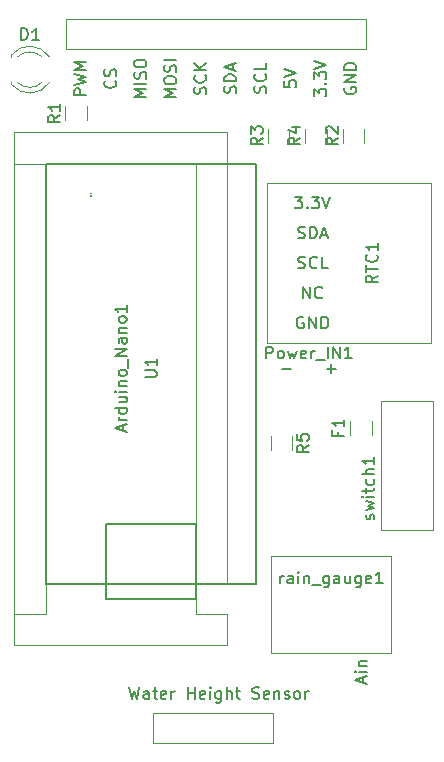
<source format=gbr>
%TF.GenerationSoftware,KiCad,Pcbnew,(5.1.6)-1*%
%TF.CreationDate,2020-10-17T00:26:31-04:00*%
%TF.ProjectId,whs6,77687336-2e6b-4696-9361-645f70636258,rev?*%
%TF.SameCoordinates,Original*%
%TF.FileFunction,Legend,Top*%
%TF.FilePolarity,Positive*%
%FSLAX46Y46*%
G04 Gerber Fmt 4.6, Leading zero omitted, Abs format (unit mm)*
G04 Created by KiCad (PCBNEW (5.1.6)-1) date 2020-10-17 00:26:31*
%MOMM*%
%LPD*%
G01*
G04 APERTURE LIST*
%ADD10C,0.150000*%
%ADD11C,0.120000*%
%ADD12C,0.010000*%
G04 APERTURE END LIST*
D10*
X132128571Y-93686380D02*
X132366666Y-94686380D01*
X132557142Y-93972095D01*
X132747619Y-94686380D01*
X132985714Y-93686380D01*
X133795238Y-94686380D02*
X133795238Y-94162571D01*
X133747619Y-94067333D01*
X133652380Y-94019714D01*
X133461904Y-94019714D01*
X133366666Y-94067333D01*
X133795238Y-94638761D02*
X133700000Y-94686380D01*
X133461904Y-94686380D01*
X133366666Y-94638761D01*
X133319047Y-94543523D01*
X133319047Y-94448285D01*
X133366666Y-94353047D01*
X133461904Y-94305428D01*
X133700000Y-94305428D01*
X133795238Y-94257809D01*
X134128571Y-94019714D02*
X134509523Y-94019714D01*
X134271428Y-93686380D02*
X134271428Y-94543523D01*
X134319047Y-94638761D01*
X134414285Y-94686380D01*
X134509523Y-94686380D01*
X135223809Y-94638761D02*
X135128571Y-94686380D01*
X134938095Y-94686380D01*
X134842857Y-94638761D01*
X134795238Y-94543523D01*
X134795238Y-94162571D01*
X134842857Y-94067333D01*
X134938095Y-94019714D01*
X135128571Y-94019714D01*
X135223809Y-94067333D01*
X135271428Y-94162571D01*
X135271428Y-94257809D01*
X134795238Y-94353047D01*
X135700000Y-94686380D02*
X135700000Y-94019714D01*
X135700000Y-94210190D02*
X135747619Y-94114952D01*
X135795238Y-94067333D01*
X135890476Y-94019714D01*
X135985714Y-94019714D01*
X137080952Y-94686380D02*
X137080952Y-93686380D01*
X137080952Y-94162571D02*
X137652380Y-94162571D01*
X137652380Y-94686380D02*
X137652380Y-93686380D01*
X138509523Y-94638761D02*
X138414285Y-94686380D01*
X138223809Y-94686380D01*
X138128571Y-94638761D01*
X138080952Y-94543523D01*
X138080952Y-94162571D01*
X138128571Y-94067333D01*
X138223809Y-94019714D01*
X138414285Y-94019714D01*
X138509523Y-94067333D01*
X138557142Y-94162571D01*
X138557142Y-94257809D01*
X138080952Y-94353047D01*
X138985714Y-94686380D02*
X138985714Y-94019714D01*
X138985714Y-93686380D02*
X138938095Y-93734000D01*
X138985714Y-93781619D01*
X139033333Y-93734000D01*
X138985714Y-93686380D01*
X138985714Y-93781619D01*
X139890476Y-94019714D02*
X139890476Y-94829238D01*
X139842857Y-94924476D01*
X139795238Y-94972095D01*
X139700000Y-95019714D01*
X139557142Y-95019714D01*
X139461904Y-94972095D01*
X139890476Y-94638761D02*
X139795238Y-94686380D01*
X139604761Y-94686380D01*
X139509523Y-94638761D01*
X139461904Y-94591142D01*
X139414285Y-94495904D01*
X139414285Y-94210190D01*
X139461904Y-94114952D01*
X139509523Y-94067333D01*
X139604761Y-94019714D01*
X139795238Y-94019714D01*
X139890476Y-94067333D01*
X140366666Y-94686380D02*
X140366666Y-93686380D01*
X140795238Y-94686380D02*
X140795238Y-94162571D01*
X140747619Y-94067333D01*
X140652380Y-94019714D01*
X140509523Y-94019714D01*
X140414285Y-94067333D01*
X140366666Y-94114952D01*
X141128571Y-94019714D02*
X141509523Y-94019714D01*
X141271428Y-93686380D02*
X141271428Y-94543523D01*
X141319047Y-94638761D01*
X141414285Y-94686380D01*
X141509523Y-94686380D01*
X142557142Y-94638761D02*
X142700000Y-94686380D01*
X142938095Y-94686380D01*
X143033333Y-94638761D01*
X143080952Y-94591142D01*
X143128571Y-94495904D01*
X143128571Y-94400666D01*
X143080952Y-94305428D01*
X143033333Y-94257809D01*
X142938095Y-94210190D01*
X142747619Y-94162571D01*
X142652380Y-94114952D01*
X142604761Y-94067333D01*
X142557142Y-93972095D01*
X142557142Y-93876857D01*
X142604761Y-93781619D01*
X142652380Y-93734000D01*
X142747619Y-93686380D01*
X142985714Y-93686380D01*
X143128571Y-93734000D01*
X143938095Y-94638761D02*
X143842857Y-94686380D01*
X143652380Y-94686380D01*
X143557142Y-94638761D01*
X143509523Y-94543523D01*
X143509523Y-94162571D01*
X143557142Y-94067333D01*
X143652380Y-94019714D01*
X143842857Y-94019714D01*
X143938095Y-94067333D01*
X143985714Y-94162571D01*
X143985714Y-94257809D01*
X143509523Y-94353047D01*
X144414285Y-94019714D02*
X144414285Y-94686380D01*
X144414285Y-94114952D02*
X144461904Y-94067333D01*
X144557142Y-94019714D01*
X144700000Y-94019714D01*
X144795238Y-94067333D01*
X144842857Y-94162571D01*
X144842857Y-94686380D01*
X145271428Y-94638761D02*
X145366666Y-94686380D01*
X145557142Y-94686380D01*
X145652380Y-94638761D01*
X145700000Y-94543523D01*
X145700000Y-94495904D01*
X145652380Y-94400666D01*
X145557142Y-94353047D01*
X145414285Y-94353047D01*
X145319047Y-94305428D01*
X145271428Y-94210190D01*
X145271428Y-94162571D01*
X145319047Y-94067333D01*
X145414285Y-94019714D01*
X145557142Y-94019714D01*
X145652380Y-94067333D01*
X146271428Y-94686380D02*
X146176190Y-94638761D01*
X146128571Y-94591142D01*
X146080952Y-94495904D01*
X146080952Y-94210190D01*
X146128571Y-94114952D01*
X146176190Y-94067333D01*
X146271428Y-94019714D01*
X146414285Y-94019714D01*
X146509523Y-94067333D01*
X146557142Y-94114952D01*
X146604761Y-94210190D01*
X146604761Y-94495904D01*
X146557142Y-94591142D01*
X146509523Y-94638761D01*
X146414285Y-94686380D01*
X146271428Y-94686380D01*
X147033333Y-94686380D02*
X147033333Y-94019714D01*
X147033333Y-94210190D02*
X147080952Y-94114952D01*
X147128571Y-94067333D01*
X147223809Y-94019714D01*
X147319047Y-94019714D01*
D11*
%TO.C,rain_gauge1*%
X154305000Y-90805000D02*
X151765000Y-90805000D01*
X154305000Y-82550000D02*
X154305000Y-90805000D01*
X151765000Y-82550000D02*
X154305000Y-82550000D01*
X147955000Y-82550000D02*
X144335000Y-82550000D01*
X147955000Y-82550000D02*
X151575000Y-82550000D01*
X144335000Y-82550000D02*
X144145000Y-82550000D01*
X144145000Y-82550000D02*
X144145000Y-90805000D01*
X144145000Y-90805000D02*
X151765000Y-90805000D01*
X151575000Y-82550000D02*
X151765000Y-82550000D01*
D12*
%TO.C,G\u002A\u002A\u002A*%
G36*
X128846378Y-52110043D02*
G01*
X128906786Y-52116134D01*
X128914247Y-52110043D01*
X128907260Y-52079781D01*
X128880312Y-52076108D01*
X128838414Y-52094732D01*
X128846378Y-52110043D01*
G37*
X128846378Y-52110043D02*
X128906786Y-52116134D01*
X128914247Y-52110043D01*
X128907260Y-52079781D01*
X128880312Y-52076108D01*
X128838414Y-52094732D01*
X128846378Y-52110043D01*
G36*
X128846378Y-52008239D02*
G01*
X128906786Y-52014331D01*
X128914247Y-52008239D01*
X128907260Y-51977978D01*
X128880312Y-51974304D01*
X128838414Y-51992929D01*
X128846378Y-52008239D01*
G37*
X128846378Y-52008239D02*
X128906786Y-52014331D01*
X128914247Y-52008239D01*
X128907260Y-51977978D01*
X128880312Y-51974304D01*
X128838414Y-51992929D01*
X128846378Y-52008239D01*
G36*
X128819866Y-51856371D02*
G01*
X128899420Y-51862439D01*
X128917428Y-51852352D01*
X128902247Y-51829217D01*
X128850620Y-51825618D01*
X128796306Y-51838049D01*
X128819866Y-51856371D01*
G37*
X128819866Y-51856371D02*
X128899420Y-51862439D01*
X128917428Y-51852352D01*
X128902247Y-51829217D01*
X128850620Y-51825618D01*
X128796306Y-51838049D01*
X128819866Y-51856371D01*
D10*
%TO.C,U1*%
X142824200Y-84937600D02*
X125044200Y-84937600D01*
X125044200Y-49377600D02*
X142824200Y-49377600D01*
X125044200Y-84937600D02*
X125044200Y-49377600D01*
X137744200Y-79857600D02*
X130124200Y-79857600D01*
X142824200Y-49377600D02*
X142824200Y-84937600D01*
X130124200Y-79857600D02*
X130124200Y-84937600D01*
X137744200Y-84937600D02*
X137744200Y-86207600D01*
X130124200Y-86207600D02*
X130124200Y-84937600D01*
X137744200Y-79857600D02*
X137744200Y-84937600D01*
X137744200Y-86207600D02*
X130124200Y-86207600D01*
D11*
%TO.C,Arduino_Nano1*%
X137769600Y-84937600D02*
X137769600Y-87477600D01*
X137769600Y-87477600D02*
X140439600Y-87477600D01*
X140439600Y-84937600D02*
X140439600Y-46707600D01*
X140439600Y-90147600D02*
X140439600Y-87477600D01*
X125069600Y-87477600D02*
X122399600Y-87477600D01*
X125069600Y-87477600D02*
X125069600Y-49377600D01*
X125069600Y-49377600D02*
X122399600Y-49377600D01*
X137769600Y-84937600D02*
X140439600Y-84937600D01*
X137769600Y-84937600D02*
X137769600Y-49377600D01*
X137769600Y-49377600D02*
X140439600Y-49377600D01*
X140439600Y-46707600D02*
X122399600Y-46707600D01*
X122399600Y-46707600D02*
X122399600Y-90147600D01*
X122399600Y-90147600D02*
X140439600Y-90147600D01*
%TO.C,D1*%
X122138000Y-40166000D02*
X122138000Y-40322000D01*
X122138000Y-42482000D02*
X122138000Y-42638000D01*
X125370335Y-40323392D02*
G75*
G03*
X122138000Y-40166484I-1672335J-1078608D01*
G01*
X125370335Y-42480608D02*
G75*
G02*
X122138000Y-42637516I-1672335J1078608D01*
G01*
X124739130Y-40322163D02*
G75*
G03*
X122657039Y-40322000I-1041130J-1079837D01*
G01*
X124739130Y-42481837D02*
G75*
G02*
X122657039Y-42482000I-1041130J1079837D01*
G01*
%TO.C,F1*%
X150855000Y-71152936D02*
X150855000Y-72357064D01*
X152675000Y-71152936D02*
X152675000Y-72357064D01*
%TO.C,R1*%
X126725000Y-45687064D02*
X126725000Y-44482936D01*
X128545000Y-45687064D02*
X128545000Y-44482936D01*
%TO.C,R2*%
X152040000Y-47592064D02*
X152040000Y-46387936D01*
X150220000Y-47592064D02*
X150220000Y-46387936D01*
%TO.C,R3*%
X143870000Y-47592064D02*
X143870000Y-46387936D01*
X145690000Y-47592064D02*
X145690000Y-46387936D01*
%TO.C,R4*%
X148865000Y-47592064D02*
X148865000Y-46387936D01*
X147045000Y-47592064D02*
X147045000Y-46387936D01*
%TO.C,R5*%
X145944000Y-72422936D02*
X145944000Y-73627064D01*
X144124000Y-72422936D02*
X144124000Y-73627064D01*
%TO.C,RTC1*%
X143814800Y-64535000D02*
X157684800Y-64535000D01*
X143814800Y-51035000D02*
X157684800Y-51035000D01*
X157684800Y-64535000D02*
X157684800Y-51035000D01*
X143814800Y-64535000D02*
X143814800Y-51035000D01*
%TO.C,switch1*%
X153416000Y-80391000D02*
X157861000Y-80391000D01*
X153416000Y-69469000D02*
X157861000Y-69469000D01*
X157861000Y-80391000D02*
X157861000Y-69469000D01*
X153416000Y-80391000D02*
X153416000Y-69469000D01*
%TO.C,top_rail1*%
X152146000Y-37084000D02*
X129286000Y-37084000D01*
X152146000Y-39624000D02*
X152146000Y-37084000D01*
X129286000Y-39624000D02*
X152146000Y-39624000D01*
X129286000Y-37084000D02*
X126746000Y-37084000D01*
X126746000Y-37084000D02*
X126746000Y-39624000D01*
X126746000Y-39624000D02*
X129286000Y-39624000D01*
%TO.C,Ultrasonic_sensor1*%
X144272000Y-95885000D02*
X144272000Y-98425000D01*
X134112000Y-98425000D02*
X134112000Y-95885000D01*
X134112000Y-95885000D02*
X140462000Y-95885000D01*
X140462000Y-95885000D02*
X144272000Y-95885000D01*
X134112000Y-98425000D02*
X144272000Y-98425000D01*
%TO.C,rain_gauge1*%
D10*
X144915476Y-84907380D02*
X144915476Y-84240714D01*
X144915476Y-84431190D02*
X144963095Y-84335952D01*
X145010714Y-84288333D01*
X145105952Y-84240714D01*
X145201190Y-84240714D01*
X145963095Y-84907380D02*
X145963095Y-84383571D01*
X145915476Y-84288333D01*
X145820238Y-84240714D01*
X145629761Y-84240714D01*
X145534523Y-84288333D01*
X145963095Y-84859761D02*
X145867857Y-84907380D01*
X145629761Y-84907380D01*
X145534523Y-84859761D01*
X145486904Y-84764523D01*
X145486904Y-84669285D01*
X145534523Y-84574047D01*
X145629761Y-84526428D01*
X145867857Y-84526428D01*
X145963095Y-84478809D01*
X146439285Y-84907380D02*
X146439285Y-84240714D01*
X146439285Y-83907380D02*
X146391666Y-83955000D01*
X146439285Y-84002619D01*
X146486904Y-83955000D01*
X146439285Y-83907380D01*
X146439285Y-84002619D01*
X146915476Y-84240714D02*
X146915476Y-84907380D01*
X146915476Y-84335952D02*
X146963095Y-84288333D01*
X147058333Y-84240714D01*
X147201190Y-84240714D01*
X147296428Y-84288333D01*
X147344047Y-84383571D01*
X147344047Y-84907380D01*
X147582142Y-85002619D02*
X148344047Y-85002619D01*
X149010714Y-84240714D02*
X149010714Y-85050238D01*
X148963095Y-85145476D01*
X148915476Y-85193095D01*
X148820238Y-85240714D01*
X148677380Y-85240714D01*
X148582142Y-85193095D01*
X149010714Y-84859761D02*
X148915476Y-84907380D01*
X148725000Y-84907380D01*
X148629761Y-84859761D01*
X148582142Y-84812142D01*
X148534523Y-84716904D01*
X148534523Y-84431190D01*
X148582142Y-84335952D01*
X148629761Y-84288333D01*
X148725000Y-84240714D01*
X148915476Y-84240714D01*
X149010714Y-84288333D01*
X149915476Y-84907380D02*
X149915476Y-84383571D01*
X149867857Y-84288333D01*
X149772619Y-84240714D01*
X149582142Y-84240714D01*
X149486904Y-84288333D01*
X149915476Y-84859761D02*
X149820238Y-84907380D01*
X149582142Y-84907380D01*
X149486904Y-84859761D01*
X149439285Y-84764523D01*
X149439285Y-84669285D01*
X149486904Y-84574047D01*
X149582142Y-84526428D01*
X149820238Y-84526428D01*
X149915476Y-84478809D01*
X150820238Y-84240714D02*
X150820238Y-84907380D01*
X150391666Y-84240714D02*
X150391666Y-84764523D01*
X150439285Y-84859761D01*
X150534523Y-84907380D01*
X150677380Y-84907380D01*
X150772619Y-84859761D01*
X150820238Y-84812142D01*
X151725000Y-84240714D02*
X151725000Y-85050238D01*
X151677380Y-85145476D01*
X151629761Y-85193095D01*
X151534523Y-85240714D01*
X151391666Y-85240714D01*
X151296428Y-85193095D01*
X151725000Y-84859761D02*
X151629761Y-84907380D01*
X151439285Y-84907380D01*
X151344047Y-84859761D01*
X151296428Y-84812142D01*
X151248809Y-84716904D01*
X151248809Y-84431190D01*
X151296428Y-84335952D01*
X151344047Y-84288333D01*
X151439285Y-84240714D01*
X151629761Y-84240714D01*
X151725000Y-84288333D01*
X152582142Y-84859761D02*
X152486904Y-84907380D01*
X152296428Y-84907380D01*
X152201190Y-84859761D01*
X152153571Y-84764523D01*
X152153571Y-84383571D01*
X152201190Y-84288333D01*
X152296428Y-84240714D01*
X152486904Y-84240714D01*
X152582142Y-84288333D01*
X152629761Y-84383571D01*
X152629761Y-84478809D01*
X152153571Y-84574047D01*
X153582142Y-84907380D02*
X153010714Y-84907380D01*
X153296428Y-84907380D02*
X153296428Y-83907380D01*
X153201190Y-84050238D01*
X153105952Y-84145476D01*
X153010714Y-84193095D01*
X151931666Y-93282971D02*
X151931666Y-92806780D01*
X152217380Y-93378209D02*
X151217380Y-93044876D01*
X152217380Y-92711542D01*
X152217380Y-92378209D02*
X151550714Y-92378209D01*
X151217380Y-92378209D02*
X151265000Y-92425828D01*
X151312619Y-92378209D01*
X151265000Y-92330590D01*
X151217380Y-92378209D01*
X151312619Y-92378209D01*
X151550714Y-91902019D02*
X152217380Y-91902019D01*
X151645952Y-91902019D02*
X151598333Y-91854400D01*
X151550714Y-91759161D01*
X151550714Y-91616304D01*
X151598333Y-91521066D01*
X151693571Y-91473447D01*
X152217380Y-91473447D01*
%TO.C,U1*%
X133437380Y-67436904D02*
X134246904Y-67436904D01*
X134342142Y-67389285D01*
X134389761Y-67341666D01*
X134437380Y-67246428D01*
X134437380Y-67055952D01*
X134389761Y-66960714D01*
X134342142Y-66913095D01*
X134246904Y-66865476D01*
X133437380Y-66865476D01*
X134437380Y-65865476D02*
X134437380Y-66436904D01*
X134437380Y-66151190D02*
X133437380Y-66151190D01*
X133580238Y-66246428D01*
X133675476Y-66341666D01*
X133723095Y-66436904D01*
%TO.C,Arduino_Nano1*%
X131611666Y-72008333D02*
X131611666Y-71532142D01*
X131897380Y-72103571D02*
X130897380Y-71770238D01*
X131897380Y-71436904D01*
X131897380Y-71103571D02*
X131230714Y-71103571D01*
X131421190Y-71103571D02*
X131325952Y-71055952D01*
X131278333Y-71008333D01*
X131230714Y-70913095D01*
X131230714Y-70817857D01*
X131897380Y-70055952D02*
X130897380Y-70055952D01*
X131849761Y-70055952D02*
X131897380Y-70151190D01*
X131897380Y-70341666D01*
X131849761Y-70436904D01*
X131802142Y-70484523D01*
X131706904Y-70532142D01*
X131421190Y-70532142D01*
X131325952Y-70484523D01*
X131278333Y-70436904D01*
X131230714Y-70341666D01*
X131230714Y-70151190D01*
X131278333Y-70055952D01*
X131230714Y-69151190D02*
X131897380Y-69151190D01*
X131230714Y-69579761D02*
X131754523Y-69579761D01*
X131849761Y-69532142D01*
X131897380Y-69436904D01*
X131897380Y-69294047D01*
X131849761Y-69198809D01*
X131802142Y-69151190D01*
X131897380Y-68675000D02*
X131230714Y-68675000D01*
X130897380Y-68675000D02*
X130945000Y-68722619D01*
X130992619Y-68675000D01*
X130945000Y-68627380D01*
X130897380Y-68675000D01*
X130992619Y-68675000D01*
X131230714Y-68198809D02*
X131897380Y-68198809D01*
X131325952Y-68198809D02*
X131278333Y-68151190D01*
X131230714Y-68055952D01*
X131230714Y-67913095D01*
X131278333Y-67817857D01*
X131373571Y-67770238D01*
X131897380Y-67770238D01*
X131897380Y-67151190D02*
X131849761Y-67246428D01*
X131802142Y-67294047D01*
X131706904Y-67341666D01*
X131421190Y-67341666D01*
X131325952Y-67294047D01*
X131278333Y-67246428D01*
X131230714Y-67151190D01*
X131230714Y-67008333D01*
X131278333Y-66913095D01*
X131325952Y-66865476D01*
X131421190Y-66817857D01*
X131706904Y-66817857D01*
X131802142Y-66865476D01*
X131849761Y-66913095D01*
X131897380Y-67008333D01*
X131897380Y-67151190D01*
X131992619Y-66627380D02*
X131992619Y-65865476D01*
X131897380Y-65627380D02*
X130897380Y-65627380D01*
X131897380Y-65055952D01*
X130897380Y-65055952D01*
X131897380Y-64151190D02*
X131373571Y-64151190D01*
X131278333Y-64198809D01*
X131230714Y-64294047D01*
X131230714Y-64484523D01*
X131278333Y-64579761D01*
X131849761Y-64151190D02*
X131897380Y-64246428D01*
X131897380Y-64484523D01*
X131849761Y-64579761D01*
X131754523Y-64627380D01*
X131659285Y-64627380D01*
X131564047Y-64579761D01*
X131516428Y-64484523D01*
X131516428Y-64246428D01*
X131468809Y-64151190D01*
X131230714Y-63675000D02*
X131897380Y-63675000D01*
X131325952Y-63675000D02*
X131278333Y-63627380D01*
X131230714Y-63532142D01*
X131230714Y-63389285D01*
X131278333Y-63294047D01*
X131373571Y-63246428D01*
X131897380Y-63246428D01*
X131897380Y-62627380D02*
X131849761Y-62722619D01*
X131802142Y-62770238D01*
X131706904Y-62817857D01*
X131421190Y-62817857D01*
X131325952Y-62770238D01*
X131278333Y-62722619D01*
X131230714Y-62627380D01*
X131230714Y-62484523D01*
X131278333Y-62389285D01*
X131325952Y-62341666D01*
X131421190Y-62294047D01*
X131706904Y-62294047D01*
X131802142Y-62341666D01*
X131849761Y-62389285D01*
X131897380Y-62484523D01*
X131897380Y-62627380D01*
X131897380Y-61341666D02*
X131897380Y-61913095D01*
X131897380Y-61627380D02*
X130897380Y-61627380D01*
X131040238Y-61722619D01*
X131135476Y-61817857D01*
X131183095Y-61913095D01*
%TO.C,D1*%
X122959904Y-38894380D02*
X122959904Y-37894380D01*
X123198000Y-37894380D01*
X123340857Y-37942000D01*
X123436095Y-38037238D01*
X123483714Y-38132476D01*
X123531333Y-38322952D01*
X123531333Y-38465809D01*
X123483714Y-38656285D01*
X123436095Y-38751523D01*
X123340857Y-38846761D01*
X123198000Y-38894380D01*
X122959904Y-38894380D01*
X124483714Y-38894380D02*
X123912285Y-38894380D01*
X124198000Y-38894380D02*
X124198000Y-37894380D01*
X124102761Y-38037238D01*
X124007523Y-38132476D01*
X123912285Y-38180095D01*
%TO.C,F1*%
X149788571Y-72088333D02*
X149788571Y-72421666D01*
X150312380Y-72421666D02*
X149312380Y-72421666D01*
X149312380Y-71945476D01*
X150312380Y-71040714D02*
X150312380Y-71612142D01*
X150312380Y-71326428D02*
X149312380Y-71326428D01*
X149455238Y-71421666D01*
X149550476Y-71516904D01*
X149598095Y-71612142D01*
%TO.C,Power_IN1*%
X143724761Y-65857380D02*
X143724761Y-64857380D01*
X144105714Y-64857380D01*
X144200952Y-64905000D01*
X144248571Y-64952619D01*
X144296190Y-65047857D01*
X144296190Y-65190714D01*
X144248571Y-65285952D01*
X144200952Y-65333571D01*
X144105714Y-65381190D01*
X143724761Y-65381190D01*
X144867619Y-65857380D02*
X144772380Y-65809761D01*
X144724761Y-65762142D01*
X144677142Y-65666904D01*
X144677142Y-65381190D01*
X144724761Y-65285952D01*
X144772380Y-65238333D01*
X144867619Y-65190714D01*
X145010476Y-65190714D01*
X145105714Y-65238333D01*
X145153333Y-65285952D01*
X145200952Y-65381190D01*
X145200952Y-65666904D01*
X145153333Y-65762142D01*
X145105714Y-65809761D01*
X145010476Y-65857380D01*
X144867619Y-65857380D01*
X145534285Y-65190714D02*
X145724761Y-65857380D01*
X145915238Y-65381190D01*
X146105714Y-65857380D01*
X146296190Y-65190714D01*
X147058095Y-65809761D02*
X146962857Y-65857380D01*
X146772380Y-65857380D01*
X146677142Y-65809761D01*
X146629523Y-65714523D01*
X146629523Y-65333571D01*
X146677142Y-65238333D01*
X146772380Y-65190714D01*
X146962857Y-65190714D01*
X147058095Y-65238333D01*
X147105714Y-65333571D01*
X147105714Y-65428809D01*
X146629523Y-65524047D01*
X147534285Y-65857380D02*
X147534285Y-65190714D01*
X147534285Y-65381190D02*
X147581904Y-65285952D01*
X147629523Y-65238333D01*
X147724761Y-65190714D01*
X147820000Y-65190714D01*
X147915238Y-65952619D02*
X148677142Y-65952619D01*
X148915238Y-65857380D02*
X148915238Y-64857380D01*
X149391428Y-65857380D02*
X149391428Y-64857380D01*
X149962857Y-65857380D01*
X149962857Y-64857380D01*
X150962857Y-65857380D02*
X150391428Y-65857380D01*
X150677142Y-65857380D02*
X150677142Y-64857380D01*
X150581904Y-65000238D01*
X150486666Y-65095476D01*
X150391428Y-65143095D01*
X145034047Y-66746428D02*
X145795952Y-66746428D01*
X148844047Y-66746428D02*
X149605952Y-66746428D01*
X149225000Y-67127380D02*
X149225000Y-66365476D01*
%TO.C,R1*%
X126267380Y-45251666D02*
X125791190Y-45585000D01*
X126267380Y-45823095D02*
X125267380Y-45823095D01*
X125267380Y-45442142D01*
X125315000Y-45346904D01*
X125362619Y-45299285D01*
X125457857Y-45251666D01*
X125600714Y-45251666D01*
X125695952Y-45299285D01*
X125743571Y-45346904D01*
X125791190Y-45442142D01*
X125791190Y-45823095D01*
X126267380Y-44299285D02*
X126267380Y-44870714D01*
X126267380Y-44585000D02*
X125267380Y-44585000D01*
X125410238Y-44680238D01*
X125505476Y-44775476D01*
X125553095Y-44870714D01*
%TO.C,R2*%
X149762380Y-47156666D02*
X149286190Y-47490000D01*
X149762380Y-47728095D02*
X148762380Y-47728095D01*
X148762380Y-47347142D01*
X148810000Y-47251904D01*
X148857619Y-47204285D01*
X148952857Y-47156666D01*
X149095714Y-47156666D01*
X149190952Y-47204285D01*
X149238571Y-47251904D01*
X149286190Y-47347142D01*
X149286190Y-47728095D01*
X148857619Y-46775714D02*
X148810000Y-46728095D01*
X148762380Y-46632857D01*
X148762380Y-46394761D01*
X148810000Y-46299523D01*
X148857619Y-46251904D01*
X148952857Y-46204285D01*
X149048095Y-46204285D01*
X149190952Y-46251904D01*
X149762380Y-46823333D01*
X149762380Y-46204285D01*
%TO.C,R3*%
X143412380Y-47156666D02*
X142936190Y-47490000D01*
X143412380Y-47728095D02*
X142412380Y-47728095D01*
X142412380Y-47347142D01*
X142460000Y-47251904D01*
X142507619Y-47204285D01*
X142602857Y-47156666D01*
X142745714Y-47156666D01*
X142840952Y-47204285D01*
X142888571Y-47251904D01*
X142936190Y-47347142D01*
X142936190Y-47728095D01*
X142412380Y-46823333D02*
X142412380Y-46204285D01*
X142793333Y-46537619D01*
X142793333Y-46394761D01*
X142840952Y-46299523D01*
X142888571Y-46251904D01*
X142983809Y-46204285D01*
X143221904Y-46204285D01*
X143317142Y-46251904D01*
X143364761Y-46299523D01*
X143412380Y-46394761D01*
X143412380Y-46680476D01*
X143364761Y-46775714D01*
X143317142Y-46823333D01*
%TO.C,R4*%
X146587380Y-47156666D02*
X146111190Y-47490000D01*
X146587380Y-47728095D02*
X145587380Y-47728095D01*
X145587380Y-47347142D01*
X145635000Y-47251904D01*
X145682619Y-47204285D01*
X145777857Y-47156666D01*
X145920714Y-47156666D01*
X146015952Y-47204285D01*
X146063571Y-47251904D01*
X146111190Y-47347142D01*
X146111190Y-47728095D01*
X145920714Y-46299523D02*
X146587380Y-46299523D01*
X145539761Y-46537619D02*
X146254047Y-46775714D01*
X146254047Y-46156666D01*
%TO.C,R5*%
X147306380Y-73191666D02*
X146830190Y-73525000D01*
X147306380Y-73763095D02*
X146306380Y-73763095D01*
X146306380Y-73382142D01*
X146354000Y-73286904D01*
X146401619Y-73239285D01*
X146496857Y-73191666D01*
X146639714Y-73191666D01*
X146734952Y-73239285D01*
X146782571Y-73286904D01*
X146830190Y-73382142D01*
X146830190Y-73763095D01*
X146306380Y-72286904D02*
X146306380Y-72763095D01*
X146782571Y-72810714D01*
X146734952Y-72763095D01*
X146687333Y-72667857D01*
X146687333Y-72429761D01*
X146734952Y-72334523D01*
X146782571Y-72286904D01*
X146877809Y-72239285D01*
X147115904Y-72239285D01*
X147211142Y-72286904D01*
X147258761Y-72334523D01*
X147306380Y-72429761D01*
X147306380Y-72667857D01*
X147258761Y-72763095D01*
X147211142Y-72810714D01*
%TO.C,RTC1*%
X153157180Y-58832619D02*
X152680990Y-59165952D01*
X153157180Y-59404047D02*
X152157180Y-59404047D01*
X152157180Y-59023095D01*
X152204800Y-58927857D01*
X152252419Y-58880238D01*
X152347657Y-58832619D01*
X152490514Y-58832619D01*
X152585752Y-58880238D01*
X152633371Y-58927857D01*
X152680990Y-59023095D01*
X152680990Y-59404047D01*
X152157180Y-58546904D02*
X152157180Y-57975476D01*
X153157180Y-58261190D02*
X152157180Y-58261190D01*
X153061942Y-57070714D02*
X153109561Y-57118333D01*
X153157180Y-57261190D01*
X153157180Y-57356428D01*
X153109561Y-57499285D01*
X153014323Y-57594523D01*
X152919085Y-57642142D01*
X152728609Y-57689761D01*
X152585752Y-57689761D01*
X152395276Y-57642142D01*
X152300038Y-57594523D01*
X152204800Y-57499285D01*
X152157180Y-57356428D01*
X152157180Y-57261190D01*
X152204800Y-57118333D01*
X152252419Y-57070714D01*
X153157180Y-56118333D02*
X153157180Y-56689761D01*
X153157180Y-56404047D02*
X152157180Y-56404047D01*
X152300038Y-56499285D01*
X152395276Y-56594523D01*
X152442895Y-56689761D01*
X146148609Y-52157380D02*
X146767657Y-52157380D01*
X146434323Y-52538333D01*
X146577180Y-52538333D01*
X146672419Y-52585952D01*
X146720038Y-52633571D01*
X146767657Y-52728809D01*
X146767657Y-52966904D01*
X146720038Y-53062142D01*
X146672419Y-53109761D01*
X146577180Y-53157380D01*
X146291466Y-53157380D01*
X146196228Y-53109761D01*
X146148609Y-53062142D01*
X147196228Y-53062142D02*
X147243847Y-53109761D01*
X147196228Y-53157380D01*
X147148609Y-53109761D01*
X147196228Y-53062142D01*
X147196228Y-53157380D01*
X147577180Y-52157380D02*
X148196228Y-52157380D01*
X147862895Y-52538333D01*
X148005752Y-52538333D01*
X148100990Y-52585952D01*
X148148609Y-52633571D01*
X148196228Y-52728809D01*
X148196228Y-52966904D01*
X148148609Y-53062142D01*
X148100990Y-53109761D01*
X148005752Y-53157380D01*
X147720038Y-53157380D01*
X147624800Y-53109761D01*
X147577180Y-53062142D01*
X148481942Y-52157380D02*
X148815276Y-53157380D01*
X149148609Y-52157380D01*
X146410514Y-55649761D02*
X146553371Y-55697380D01*
X146791466Y-55697380D01*
X146886704Y-55649761D01*
X146934323Y-55602142D01*
X146981942Y-55506904D01*
X146981942Y-55411666D01*
X146934323Y-55316428D01*
X146886704Y-55268809D01*
X146791466Y-55221190D01*
X146600990Y-55173571D01*
X146505752Y-55125952D01*
X146458133Y-55078333D01*
X146410514Y-54983095D01*
X146410514Y-54887857D01*
X146458133Y-54792619D01*
X146505752Y-54745000D01*
X146600990Y-54697380D01*
X146839085Y-54697380D01*
X146981942Y-54745000D01*
X147410514Y-55697380D02*
X147410514Y-54697380D01*
X147648609Y-54697380D01*
X147791466Y-54745000D01*
X147886704Y-54840238D01*
X147934323Y-54935476D01*
X147981942Y-55125952D01*
X147981942Y-55268809D01*
X147934323Y-55459285D01*
X147886704Y-55554523D01*
X147791466Y-55649761D01*
X147648609Y-55697380D01*
X147410514Y-55697380D01*
X148362895Y-55411666D02*
X148839085Y-55411666D01*
X148267657Y-55697380D02*
X148600990Y-54697380D01*
X148934323Y-55697380D01*
X146434323Y-58189761D02*
X146577180Y-58237380D01*
X146815276Y-58237380D01*
X146910514Y-58189761D01*
X146958133Y-58142142D01*
X147005752Y-58046904D01*
X147005752Y-57951666D01*
X146958133Y-57856428D01*
X146910514Y-57808809D01*
X146815276Y-57761190D01*
X146624800Y-57713571D01*
X146529561Y-57665952D01*
X146481942Y-57618333D01*
X146434323Y-57523095D01*
X146434323Y-57427857D01*
X146481942Y-57332619D01*
X146529561Y-57285000D01*
X146624800Y-57237380D01*
X146862895Y-57237380D01*
X147005752Y-57285000D01*
X148005752Y-58142142D02*
X147958133Y-58189761D01*
X147815276Y-58237380D01*
X147720038Y-58237380D01*
X147577180Y-58189761D01*
X147481942Y-58094523D01*
X147434323Y-57999285D01*
X147386704Y-57808809D01*
X147386704Y-57665952D01*
X147434323Y-57475476D01*
X147481942Y-57380238D01*
X147577180Y-57285000D01*
X147720038Y-57237380D01*
X147815276Y-57237380D01*
X147958133Y-57285000D01*
X148005752Y-57332619D01*
X148910514Y-58237380D02*
X148434323Y-58237380D01*
X148434323Y-57237380D01*
X146839085Y-60777380D02*
X146839085Y-59777380D01*
X147410514Y-60777380D01*
X147410514Y-59777380D01*
X148458133Y-60682142D02*
X148410514Y-60729761D01*
X148267657Y-60777380D01*
X148172419Y-60777380D01*
X148029561Y-60729761D01*
X147934323Y-60634523D01*
X147886704Y-60539285D01*
X147839085Y-60348809D01*
X147839085Y-60205952D01*
X147886704Y-60015476D01*
X147934323Y-59920238D01*
X148029561Y-59825000D01*
X148172419Y-59777380D01*
X148267657Y-59777380D01*
X148410514Y-59825000D01*
X148458133Y-59872619D01*
X146862895Y-62365000D02*
X146767657Y-62317380D01*
X146624800Y-62317380D01*
X146481942Y-62365000D01*
X146386704Y-62460238D01*
X146339085Y-62555476D01*
X146291466Y-62745952D01*
X146291466Y-62888809D01*
X146339085Y-63079285D01*
X146386704Y-63174523D01*
X146481942Y-63269761D01*
X146624800Y-63317380D01*
X146720038Y-63317380D01*
X146862895Y-63269761D01*
X146910514Y-63222142D01*
X146910514Y-62888809D01*
X146720038Y-62888809D01*
X147339085Y-63317380D02*
X147339085Y-62317380D01*
X147910514Y-63317380D01*
X147910514Y-62317380D01*
X148386704Y-63317380D02*
X148386704Y-62317380D01*
X148624800Y-62317380D01*
X148767657Y-62365000D01*
X148862895Y-62460238D01*
X148910514Y-62555476D01*
X148958133Y-62745952D01*
X148958133Y-62888809D01*
X148910514Y-63079285D01*
X148862895Y-63174523D01*
X148767657Y-63269761D01*
X148624800Y-63317380D01*
X148386704Y-63317380D01*
%TO.C,switch1*%
X152804761Y-79454047D02*
X152852380Y-79358809D01*
X152852380Y-79168333D01*
X152804761Y-79073095D01*
X152709523Y-79025476D01*
X152661904Y-79025476D01*
X152566666Y-79073095D01*
X152519047Y-79168333D01*
X152519047Y-79311190D01*
X152471428Y-79406428D01*
X152376190Y-79454047D01*
X152328571Y-79454047D01*
X152233333Y-79406428D01*
X152185714Y-79311190D01*
X152185714Y-79168333D01*
X152233333Y-79073095D01*
X152185714Y-78692142D02*
X152852380Y-78501666D01*
X152376190Y-78311190D01*
X152852380Y-78120714D01*
X152185714Y-77930238D01*
X152852380Y-77549285D02*
X152185714Y-77549285D01*
X151852380Y-77549285D02*
X151900000Y-77596904D01*
X151947619Y-77549285D01*
X151900000Y-77501666D01*
X151852380Y-77549285D01*
X151947619Y-77549285D01*
X152185714Y-77215952D02*
X152185714Y-76835000D01*
X151852380Y-77073095D02*
X152709523Y-77073095D01*
X152804761Y-77025476D01*
X152852380Y-76930238D01*
X152852380Y-76835000D01*
X152804761Y-76073095D02*
X152852380Y-76168333D01*
X152852380Y-76358809D01*
X152804761Y-76454047D01*
X152757142Y-76501666D01*
X152661904Y-76549285D01*
X152376190Y-76549285D01*
X152280952Y-76501666D01*
X152233333Y-76454047D01*
X152185714Y-76358809D01*
X152185714Y-76168333D01*
X152233333Y-76073095D01*
X152852380Y-75644523D02*
X151852380Y-75644523D01*
X152852380Y-75215952D02*
X152328571Y-75215952D01*
X152233333Y-75263571D01*
X152185714Y-75358809D01*
X152185714Y-75501666D01*
X152233333Y-75596904D01*
X152280952Y-75644523D01*
X152852380Y-74215952D02*
X152852380Y-74787380D01*
X152852380Y-74501666D02*
X151852380Y-74501666D01*
X151995238Y-74596904D01*
X152090476Y-74692142D01*
X152138095Y-74787380D01*
%TO.C,top_rail1*%
X130913142Y-42330666D02*
X130960761Y-42378285D01*
X131008380Y-42521142D01*
X131008380Y-42616380D01*
X130960761Y-42759238D01*
X130865523Y-42854476D01*
X130770285Y-42902095D01*
X130579809Y-42949714D01*
X130436952Y-42949714D01*
X130246476Y-42902095D01*
X130151238Y-42854476D01*
X130056000Y-42759238D01*
X130008380Y-42616380D01*
X130008380Y-42521142D01*
X130056000Y-42378285D01*
X130103619Y-42330666D01*
X130960761Y-41949714D02*
X131008380Y-41806857D01*
X131008380Y-41568761D01*
X130960761Y-41473523D01*
X130913142Y-41425904D01*
X130817904Y-41378285D01*
X130722666Y-41378285D01*
X130627428Y-41425904D01*
X130579809Y-41473523D01*
X130532190Y-41568761D01*
X130484571Y-41759238D01*
X130436952Y-41854476D01*
X130389333Y-41902095D01*
X130294095Y-41949714D01*
X130198857Y-41949714D01*
X130103619Y-41902095D01*
X130056000Y-41854476D01*
X130008380Y-41759238D01*
X130008380Y-41521142D01*
X130056000Y-41378285D01*
X133548380Y-43735428D02*
X132548380Y-43735428D01*
X133262666Y-43402095D01*
X132548380Y-43068761D01*
X133548380Y-43068761D01*
X133548380Y-42592571D02*
X132548380Y-42592571D01*
X133500761Y-42164000D02*
X133548380Y-42021142D01*
X133548380Y-41783047D01*
X133500761Y-41687809D01*
X133453142Y-41640190D01*
X133357904Y-41592571D01*
X133262666Y-41592571D01*
X133167428Y-41640190D01*
X133119809Y-41687809D01*
X133072190Y-41783047D01*
X133024571Y-41973523D01*
X132976952Y-42068761D01*
X132929333Y-42116380D01*
X132834095Y-42164000D01*
X132738857Y-42164000D01*
X132643619Y-42116380D01*
X132596000Y-42068761D01*
X132548380Y-41973523D01*
X132548380Y-41735428D01*
X132596000Y-41592571D01*
X132548380Y-40973523D02*
X132548380Y-40783047D01*
X132596000Y-40687809D01*
X132691238Y-40592571D01*
X132881714Y-40544952D01*
X133215047Y-40544952D01*
X133405523Y-40592571D01*
X133500761Y-40687809D01*
X133548380Y-40783047D01*
X133548380Y-40973523D01*
X133500761Y-41068761D01*
X133405523Y-41164000D01*
X133215047Y-41211619D01*
X132881714Y-41211619D01*
X132691238Y-41164000D01*
X132596000Y-41068761D01*
X132548380Y-40973523D01*
X136088380Y-43735428D02*
X135088380Y-43735428D01*
X135802666Y-43402095D01*
X135088380Y-43068761D01*
X136088380Y-43068761D01*
X135088380Y-42402095D02*
X135088380Y-42211619D01*
X135136000Y-42116380D01*
X135231238Y-42021142D01*
X135421714Y-41973523D01*
X135755047Y-41973523D01*
X135945523Y-42021142D01*
X136040761Y-42116380D01*
X136088380Y-42211619D01*
X136088380Y-42402095D01*
X136040761Y-42497333D01*
X135945523Y-42592571D01*
X135755047Y-42640190D01*
X135421714Y-42640190D01*
X135231238Y-42592571D01*
X135136000Y-42497333D01*
X135088380Y-42402095D01*
X136040761Y-41592571D02*
X136088380Y-41449714D01*
X136088380Y-41211619D01*
X136040761Y-41116380D01*
X135993142Y-41068761D01*
X135897904Y-41021142D01*
X135802666Y-41021142D01*
X135707428Y-41068761D01*
X135659809Y-41116380D01*
X135612190Y-41211619D01*
X135564571Y-41402095D01*
X135516952Y-41497333D01*
X135469333Y-41544952D01*
X135374095Y-41592571D01*
X135278857Y-41592571D01*
X135183619Y-41544952D01*
X135136000Y-41497333D01*
X135088380Y-41402095D01*
X135088380Y-41164000D01*
X135136000Y-41021142D01*
X136088380Y-40592571D02*
X135088380Y-40592571D01*
X138580761Y-43449714D02*
X138628380Y-43306857D01*
X138628380Y-43068761D01*
X138580761Y-42973523D01*
X138533142Y-42925904D01*
X138437904Y-42878285D01*
X138342666Y-42878285D01*
X138247428Y-42925904D01*
X138199809Y-42973523D01*
X138152190Y-43068761D01*
X138104571Y-43259238D01*
X138056952Y-43354476D01*
X138009333Y-43402095D01*
X137914095Y-43449714D01*
X137818857Y-43449714D01*
X137723619Y-43402095D01*
X137676000Y-43354476D01*
X137628380Y-43259238D01*
X137628380Y-43021142D01*
X137676000Y-42878285D01*
X138533142Y-41878285D02*
X138580761Y-41925904D01*
X138628380Y-42068761D01*
X138628380Y-42164000D01*
X138580761Y-42306857D01*
X138485523Y-42402095D01*
X138390285Y-42449714D01*
X138199809Y-42497333D01*
X138056952Y-42497333D01*
X137866476Y-42449714D01*
X137771238Y-42402095D01*
X137676000Y-42306857D01*
X137628380Y-42164000D01*
X137628380Y-42068761D01*
X137676000Y-41925904D01*
X137723619Y-41878285D01*
X138628380Y-41449714D02*
X137628380Y-41449714D01*
X138628380Y-40878285D02*
X138056952Y-41306857D01*
X137628380Y-40878285D02*
X138199809Y-41449714D01*
X141120761Y-43378285D02*
X141168380Y-43235428D01*
X141168380Y-42997333D01*
X141120761Y-42902095D01*
X141073142Y-42854476D01*
X140977904Y-42806857D01*
X140882666Y-42806857D01*
X140787428Y-42854476D01*
X140739809Y-42902095D01*
X140692190Y-42997333D01*
X140644571Y-43187809D01*
X140596952Y-43283047D01*
X140549333Y-43330666D01*
X140454095Y-43378285D01*
X140358857Y-43378285D01*
X140263619Y-43330666D01*
X140216000Y-43283047D01*
X140168380Y-43187809D01*
X140168380Y-42949714D01*
X140216000Y-42806857D01*
X141168380Y-42378285D02*
X140168380Y-42378285D01*
X140168380Y-42140190D01*
X140216000Y-41997333D01*
X140311238Y-41902095D01*
X140406476Y-41854476D01*
X140596952Y-41806857D01*
X140739809Y-41806857D01*
X140930285Y-41854476D01*
X141025523Y-41902095D01*
X141120761Y-41997333D01*
X141168380Y-42140190D01*
X141168380Y-42378285D01*
X140882666Y-41425904D02*
X140882666Y-40949714D01*
X141168380Y-41521142D02*
X140168380Y-41187809D01*
X141168380Y-40854476D01*
X143660761Y-43354476D02*
X143708380Y-43211619D01*
X143708380Y-42973523D01*
X143660761Y-42878285D01*
X143613142Y-42830666D01*
X143517904Y-42783047D01*
X143422666Y-42783047D01*
X143327428Y-42830666D01*
X143279809Y-42878285D01*
X143232190Y-42973523D01*
X143184571Y-43164000D01*
X143136952Y-43259238D01*
X143089333Y-43306857D01*
X142994095Y-43354476D01*
X142898857Y-43354476D01*
X142803619Y-43306857D01*
X142756000Y-43259238D01*
X142708380Y-43164000D01*
X142708380Y-42925904D01*
X142756000Y-42783047D01*
X143613142Y-41783047D02*
X143660761Y-41830666D01*
X143708380Y-41973523D01*
X143708380Y-42068761D01*
X143660761Y-42211619D01*
X143565523Y-42306857D01*
X143470285Y-42354476D01*
X143279809Y-42402095D01*
X143136952Y-42402095D01*
X142946476Y-42354476D01*
X142851238Y-42306857D01*
X142756000Y-42211619D01*
X142708380Y-42068761D01*
X142708380Y-41973523D01*
X142756000Y-41830666D01*
X142803619Y-41783047D01*
X143708380Y-40878285D02*
X143708380Y-41354476D01*
X142708380Y-41354476D01*
X145248380Y-42354476D02*
X145248380Y-42830666D01*
X145724571Y-42878285D01*
X145676952Y-42830666D01*
X145629333Y-42735428D01*
X145629333Y-42497333D01*
X145676952Y-42402095D01*
X145724571Y-42354476D01*
X145819809Y-42306857D01*
X146057904Y-42306857D01*
X146153142Y-42354476D01*
X146200761Y-42402095D01*
X146248380Y-42497333D01*
X146248380Y-42735428D01*
X146200761Y-42830666D01*
X146153142Y-42878285D01*
X145248380Y-42021142D02*
X146248380Y-41687809D01*
X145248380Y-41354476D01*
X147788380Y-43640190D02*
X147788380Y-43021142D01*
X148169333Y-43354476D01*
X148169333Y-43211619D01*
X148216952Y-43116380D01*
X148264571Y-43068761D01*
X148359809Y-43021142D01*
X148597904Y-43021142D01*
X148693142Y-43068761D01*
X148740761Y-43116380D01*
X148788380Y-43211619D01*
X148788380Y-43497333D01*
X148740761Y-43592571D01*
X148693142Y-43640190D01*
X148693142Y-42592571D02*
X148740761Y-42544952D01*
X148788380Y-42592571D01*
X148740761Y-42640190D01*
X148693142Y-42592571D01*
X148788380Y-42592571D01*
X147788380Y-42211619D02*
X147788380Y-41592571D01*
X148169333Y-41925904D01*
X148169333Y-41783047D01*
X148216952Y-41687809D01*
X148264571Y-41640190D01*
X148359809Y-41592571D01*
X148597904Y-41592571D01*
X148693142Y-41640190D01*
X148740761Y-41687809D01*
X148788380Y-41783047D01*
X148788380Y-42068761D01*
X148740761Y-42164000D01*
X148693142Y-42211619D01*
X147788380Y-41306857D02*
X148788380Y-40973523D01*
X147788380Y-40640190D01*
X150376000Y-42925904D02*
X150328380Y-43021142D01*
X150328380Y-43164000D01*
X150376000Y-43306857D01*
X150471238Y-43402095D01*
X150566476Y-43449714D01*
X150756952Y-43497333D01*
X150899809Y-43497333D01*
X151090285Y-43449714D01*
X151185523Y-43402095D01*
X151280761Y-43306857D01*
X151328380Y-43164000D01*
X151328380Y-43068761D01*
X151280761Y-42925904D01*
X151233142Y-42878285D01*
X150899809Y-42878285D01*
X150899809Y-43068761D01*
X151328380Y-42449714D02*
X150328380Y-42449714D01*
X151328380Y-41878285D01*
X150328380Y-41878285D01*
X151328380Y-41402095D02*
X150328380Y-41402095D01*
X150328380Y-41164000D01*
X150376000Y-41021142D01*
X150471238Y-40925904D01*
X150566476Y-40878285D01*
X150756952Y-40830666D01*
X150899809Y-40830666D01*
X151090285Y-40878285D01*
X151185523Y-40925904D01*
X151280761Y-41021142D01*
X151328380Y-41164000D01*
X151328380Y-41402095D01*
X128468380Y-43568761D02*
X127468380Y-43568761D01*
X127468380Y-43187809D01*
X127516000Y-43092571D01*
X127563619Y-43044952D01*
X127658857Y-42997333D01*
X127801714Y-42997333D01*
X127896952Y-43044952D01*
X127944571Y-43092571D01*
X127992190Y-43187809D01*
X127992190Y-43568761D01*
X127468380Y-42664000D02*
X128468380Y-42425904D01*
X127754095Y-42235428D01*
X128468380Y-42044952D01*
X127468380Y-41806857D01*
X128468380Y-41425904D02*
X127468380Y-41425904D01*
X128182666Y-41092571D01*
X127468380Y-40759238D01*
X128468380Y-40759238D01*
%TD*%
M02*

</source>
